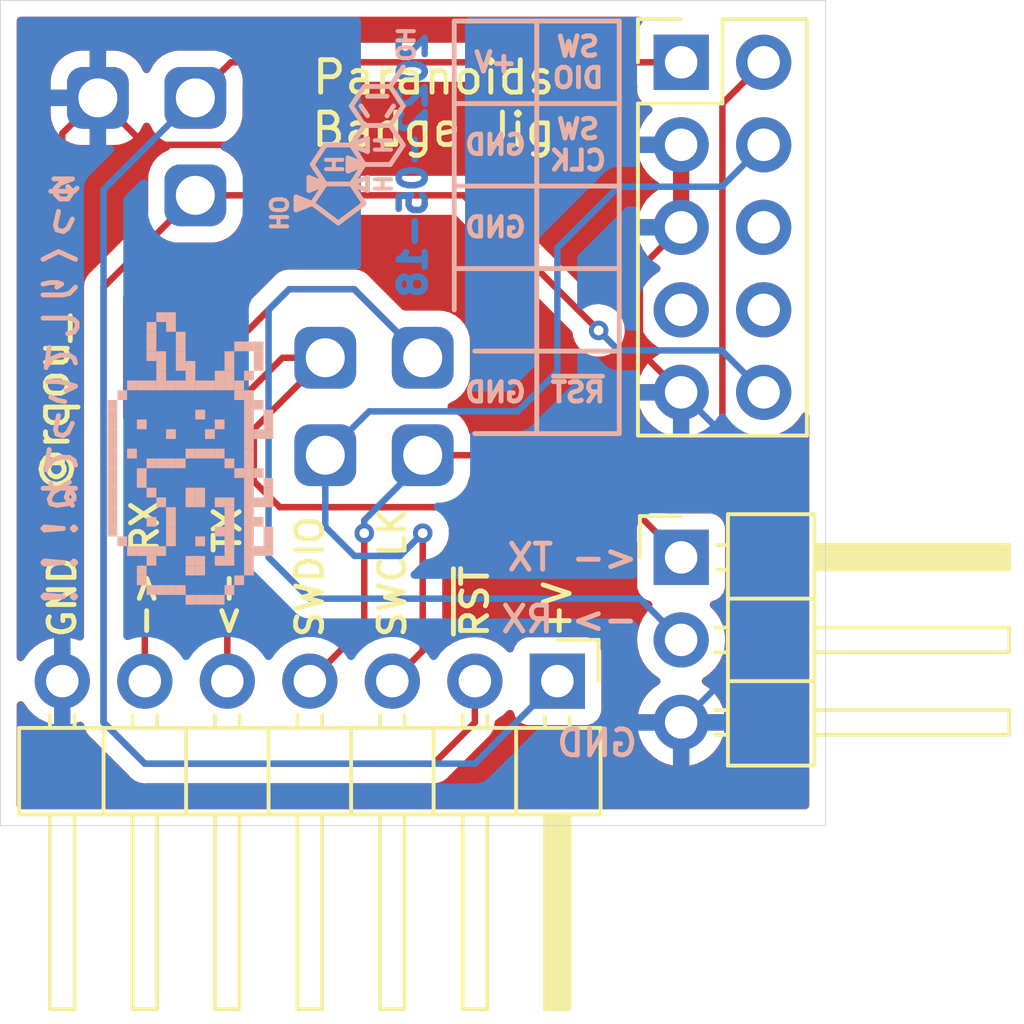
<source format=kicad_pcb>
(kicad_pcb (version 20211014) (generator pcbnew)
  (title_block (title "Paranoids Badge Programming Jig") (date "2022-05-13") (rev "A") (company "Yahoo") (comment 1 "See LICENSE file in project root for terms.") (comment 2 "Copyright Yahoo, Licensed under the terms of the Apache-2.0 license."))
  (layers (0 "F.Cu" signal) (31 "B.Cu" signal) (34 "B.Paste" user) (35 "F.Paste" user) (36 "B.SilkS" user "B.Silkscreen") (37 "F.SilkS" user "F.Silkscreen") (38 "B.Mask" user) (39 "F.Mask" user) (44 "Edge.Cuts" user))
  (net 0 "")
  (net 1 "/VTG")
  (net 2 "/~{RST}")
  (net 3 "/SWCLK")
  (net 4 "/SWDIO")
  (net 5 "/DBG_TX")
  (net 6 "/DBG_RX")
  (net 7 "/GND")
  (footprint "badge_custom_parts:pogopin" (layer "F.Cu") (at 137 115.6)
    (fp_text reference "J3" hide)
    (fp_text value "Conn_01x01" hide)
    (pad "1" thru_hole roundrect (at 0 0) (size 1.9 1.9) (drill 1.2) (layers *.Cu *.Mask) (net 3 "/SWCLK"))
  )
  (footprint "badge_custom_parts:pogopin" (layer "F.Cu") (at 137 112.6)
    (fp_text reference "J5" hide)
    (fp_text value "Conn_01x01" hide)
    (pad "1" thru_hole roundrect (at 0 0) (size 1.9 1.9) (drill 1.2) (layers *.Cu *.Mask) (net 5 "/DBG_TX"))
  )
  (footprint "badge_custom_parts:pogopin" (layer "F.Cu") (at 133 104.6)
    (fp_text reference "J1" hide)
    (fp_text value "Conn_01x01" hide)
    (pad "1" thru_hole roundrect (at 0 0) (size 1.9 1.9) (drill 1.2) (layers *.Cu *.Mask) (net 1 "/VTG"))
  )
  (footprint "badge_custom_parts:pogopin" (layer "F.Cu") (at 140 112.6)
    (fp_text reference "J6" hide)
    (fp_text value "Conn_01x01" hide)
    (pad "1" thru_hole roundrect (at 0 0) (size 1.9 1.9) (drill 1.2) (layers *.Cu *.Mask) (net 6 "/DBG_RX"))
  )
  (footprint "Connector_PinHeader_2.54mm:PinHeader_1x03_P2.54mm_Horizontal" (layer "F.Cu") (at 147.955 118.745)
    (fp_text reference "J9" hide)
    (fp_text value "Conn_01x03" hide)
    (fp_line (start 4.1 2.16) (end 10.1 2.16) (layer "F.SilkS") (width 0.12))
    (fp_line (start 4.1 0.16) (end 10.1 0.16) (layer "F.SilkS") (width 0.12))
    (fp_line (start 1.44 3.81) (end 4.1 3.81) (layer "F.SilkS") (width 0.12))
    (fp_line (start 10.1 2.92) (end 4.1 2.92) (layer "F.SilkS") (width 0.12))
    (fp_line (start 4.1 4.7) (end 10.1 4.7) (layer "F.SilkS") (width 0.12))
    (fp_line (start 4.1 -0.32) (end 10.1 -0.32) (layer "F.SilkS") (width 0.12))
    (fp_line (start 4.1 -1.33) (end 1.44 -1.33) (layer "F.SilkS") (width 0.12))
    (fp_line (start 1.042929 4.7) (end 1.44 4.7) (layer "F.SilkS") (width 0.12))
    (fp_line (start 1.11 0.38) (end 1.44 0.38) (layer "F.SilkS") (width 0.12))
    (fp_line (start 4.1 -0.2) (end 10.1 -0.2) (layer "F.SilkS") (width 0.12))
    (fp_line (start 10.1 4.7) (end 10.1 5.46) (layer "F.SilkS") (width 0.12))
    (fp_line (start 4.1 0.28) (end 10.1 0.28) (layer "F.SilkS") (width 0.12))
    (fp_line (start 1.042929 2.92) (end 1.44 2.92) (layer "F.SilkS") (width 0.12))
    (fp_line (start 1.44 6.41) (end 4.1 6.41) (layer "F.SilkS") (width 0.12))
    (fp_line (start 1.042929 5.46) (end 1.44 5.46) (layer "F.SilkS") (width 0.12))
    (fp_line (start 10.1 0.38) (end 4.1 0.38) (layer "F.SilkS") (width 0.12))
    (fp_line (start 10.1 2.16) (end 10.1 2.92) (layer "F.SilkS") (width 0.12))
    (fp_line (start -1.27 0) (end -1.27 -1.27) (layer "F.SilkS") (width 0.12))
    (fp_line (start 10.1 5.46) (end 4.1 5.46) (layer "F.SilkS") (width 0.12))
    (fp_line (start 4.1 6.41) (end 4.1 -1.33) (layer "F.SilkS") (width 0.12))
    (fp_line (start -1.27 -1.27) (end 0 -1.27) (layer "F.SilkS") (width 0.12))
    (fp_line (start 1.44 1.27) (end 4.1 1.27) (layer "F.SilkS") (width 0.12))
    (fp_line (start 4.1 -0.38) (end 10.1 -0.38) (layer "F.SilkS") (width 0.12))
    (fp_line (start 10.1 -0.38) (end 10.1 0.38) (layer "F.SilkS") (width 0.12))
    (fp_line (start 4.1 0.04) (end 10.1 0.04) (layer "F.SilkS") (width 0.12))
    (fp_line (start 1.11 -0.38) (end 1.44 -0.38) (layer "F.SilkS") (width 0.12))
    (fp_line (start 1.042929 2.16) (end 1.44 2.16) (layer "F.SilkS") (width 0.12))
    (fp_line (start 1.44 -1.33) (end 1.44 6.41) (layer "F.SilkS") (width 0.12))
    (fp_line (start 4.1 -0.08) (end 10.1 -0.08) (layer "F.SilkS") (width 0.12))
    (pad "1" thru_hole rect (at 0 0) (size 1.7 1.7) (drill 1) (layers *.Cu *.Mask) (net 5 "/DBG_TX"))
    (pad "2" thru_hole oval (at 0 2.54) (size 1.7 1.7) (drill 1) (layers *.Cu *.Mask) (net 6 "/DBG_RX"))
    (pad "3" thru_hole oval (at 0 5.08) (size 1.7 1.7) (drill 1) (layers *.Cu *.Mask) (net 7 "/GND"))
  )
  (footprint "badge_custom_parts:pogopin" (layer "F.Cu") (at 130 104.6)
    (fp_text reference "J7" hide)
    (fp_text value "Conn_01x01" hide)
    (pad "1" thru_hole roundrect (at 0 0) (size 1.9 1.9) (drill 1.2) (layers *.Cu *.Mask) (net 7 "/GND"))
  )
  (footprint "Connector_PinHeader_2.54mm:PinHeader_1x07_P2.54mm_Horizontal" (layer "F.Cu") (at 144.145 122.555 -90)
    (fp_text reference "J8" hide)
    (fp_text value "Conn_01x07" hide)
    (fp_line (start 4.1 -0.38) (end 10.1 -0.38) (layer "F.SilkS") (width 0.12))
    (fp_line (start 10.1 13.08) (end 4.1 13.08) (layer "F.SilkS") (width 0.12))
    (fp_line (start 1.042929 7.24) (end 1.44 7.24) (layer "F.SilkS") (width 0.12))
    (fp_line (start 1.44 6.35) (end 4.1 6.35) (layer "F.SilkS") (width 0.12))
    (fp_line (start 4.1 9.78) (end 10.1 9.78) (layer "F.SilkS") (width 0.12))
    (fp_line (start 4.1 4.7) (end 10.1 4.7) (layer "F.SilkS") (width 0.12))
    (fp_line (start 1.042929 14.86) (end 1.44 14.86) (layer "F.SilkS") (width 0.12))
    (fp_line (start 4.1 14.86) (end 10.1 14.86) (layer "F.SilkS") (width 0.12))
    (fp_line (start 10.1 2.92) (end 4.1 2.92) (layer "F.SilkS") (width 0.12))
    (fp_line (start 4.1 2.16) (end 10.1 2.16) (layer "F.SilkS") (width 0.12))
    (fp_line (start 4.1 -0.2) (end 10.1 -0.2) (layer "F.SilkS") (width 0.12))
    (fp_line (start 1.11 -0.38) (end 1.44 -0.38) (layer "F.SilkS") (width 0.12))
    (fp_line (start 1.44 13.97) (end 4.1 13.97) (layer "F.SilkS") (width 0.12))
    (fp_line (start 1.44 8.89) (end 4.1 8.89) (layer "F.SilkS") (width 0.12))
    (fp_line (start 10.1 8) (end 4.1 8) (layer "F.SilkS") (width 0.12))
    (fp_line (start 1.44 16.57) (end 4.1 16.57) (layer "F.SilkS") (width 0.12))
    (fp_line (start 10.1 14.86) (end 10.1 15.62) (layer "F.SilkS") (width 0.12))
    (fp_line (start 10.1 12.32) (end 10.1 13.08) (layer "F.SilkS") (width 0.12))
    (fp_line (start 4.1 12.32) (end 10.1 12.32) (layer "F.SilkS") (width 0.12))
    (fp_line (start 10.1 -0.38) (end 10.1 0.38) (layer "F.SilkS") (width 0.12))
    (fp_line (start 1.042929 2.16) (end 1.44 2.16) (layer "F.SilkS") (width 0.12))
    (fp_line (start 1.11 0.38) (end 1.44 0.38) (layer "F.SilkS") (width 0.12))
    (fp_line (start 1.042929 9.78) (end 1.44 9.78) (layer "F.SilkS") (width 0.12))
    (fp_line (start 10.1 0.38) (end 4.1 0.38) (layer "F.SilkS") (width 0.12))
    (fp_line (start 1.042929 13.08) (end 1.44 13.08) (layer "F.SilkS") (width 0.12))
    (fp_line (start 1.44 -1.33) (end 1.44 16.57) (layer "F.SilkS") (width 0.12))
    (fp_line (start 4.1 -1.33) (end 1.44 -1.33) (layer "F.SilkS") (width 0.12))
    (fp_line (start -1.27 -1.27) (end 0 -1.27) (layer "F.SilkS") (width 0.12))
    (fp_line (start 1.042929 5.46) (end 1.44 5.46) (layer "F.SilkS") (width 0.12))
    (fp_line (start 1.042929 10.54) (end 1.44 10.54) (layer "F.SilkS") (width 0.12))
    (fp_line (start 4.1 0.16) (end 10.1 0.16) (layer "F.SilkS") (width 0.12))
    (fp_line (start 1.042929 15.62) (end 1.44 15.62) (layer "F.SilkS") (width 0.12))
    (fp_line (start 1.042929 2.92) (end 1.44 2.92) (layer "F.SilkS") (width 0.12))
    (fp_line (start 4.1 -0.32) (end 10.1 -0.32) (layer "F.SilkS") (width 0.12))
    (fp_line (start 1.44 3.81) (end 4.1 3.81) (layer "F.SilkS") (width 0.12))
    (fp_line (start 10.1 15.62) (end 4.1 15.62) (layer "F.SilkS") (width 0.12))
    (fp_line (start 10.1 4.7) (end 10.1 5.46) (layer "F.SilkS") (width 0.12))
    (fp_line (start 1.042929 4.7) (end 1.44 4.7) (layer "F.SilkS") (width 0.12))
    (fp_line (start 10.1 5.46) (end 4.1 5.46) (layer "F.SilkS") (width 0.12))
    (fp_line (start 10.1 9.78) (end 10.1 10.54) (layer "F.SilkS") (width 0.12))
    (fp_line (start 4.1 16.57) (end 4.1 -1.33) (layer "F.SilkS") (width 0.12))
    (fp_line (start 4.1 7.24) (end 10.1 7.24) (layer "F.SilkS") (width 0.12))
    (fp_line (start 10.1 2.16) (end 10.1 2.92) (layer "F.SilkS") (width 0.12))
    (fp_line (start 4.1 0.04) (end 10.1 0.04) (layer "F.SilkS") (width 0.12))
    (fp_line (start 4.1 0.28) (end 10.1 0.28) (layer "F.SilkS") (width 0.12))
    (fp_line (start 10.1 7.24) (end 10.1 8) (layer "F.SilkS") (width 0.12))
    (fp_line (start 1.44 1.27) (end 4.1 1.27) (layer "F.SilkS") (width 0.12))
    (fp_line (start 4.1 -0.08) (end 10.1 -0.08) (layer "F.SilkS") (width 0.12))
    (fp_line (start 1.44 11.43) (end 4.1 11.43) (layer "F.SilkS") (width 0.12))
    (fp_line (start -1.27 0) (end -1.27 -1.27) (layer "F.SilkS") (width 0.12))
    (fp_line (start 1.042929 8) (end 1.44 8) (layer "F.SilkS") (width 0.12))
    (fp_line (start 1.042929 12.32) (end 1.44 12.32) (layer "F.SilkS") (width 0.12))
    (fp_line (start 10.1 10.54) (end 4.1 10.54) (layer "F.SilkS") (width 0.12))
    (pad "1" thru_hole rect (at 0 0 270) (size 1.7 1.7) (drill 1) (layers *.Cu *.Mask) (net 1 "/VTG"))
    (pad "2" thru_hole oval (at 0 2.54 270) (size 1.7 1.7) (drill 1) (layers *.Cu *.Mask) (net 2 "/~{RST}"))
    (pad "3" thru_hole oval (at 0 5.08 270) (size 1.7 1.7) (drill 1) (layers *.Cu *.Mask) (net 3 "/SWCLK"))
    (pad "4" thru_hole oval (at 0 7.62 270) (size 1.7 1.7) (drill 1) (layers *.Cu *.Mask) (net 4 "/SWDIO"))
    (pad "5" thru_hole oval (at 0 10.16 270) (size 1.7 1.7) (drill 1) (layers *.Cu *.Mask) (net 5 "/DBG_TX"))
    (pad "6" thru_hole oval (at 0 12.7 270) (size 1.7 1.7) (drill 1) (layers *.Cu *.Mask) (net 6 "/DBG_RX"))
    (pad "7" thru_hole oval (at 0 15.24 270) (size 1.7 1.7) (drill 1) (layers *.Cu *.Mask) (net 7 "/GND"))
  )
  (footprint "badge_custom_parts:pogopin" (layer "F.Cu") (at 133 107.6)
    (fp_text reference "J2" hide)
    (fp_text value "Conn_01x01" hide)
    (pad "1" thru_hole roundrect (at 0 0) (size 1.9 1.9) (drill 1.2) (layers *.Cu *.Mask) (net 2 "/~{RST}"))
  )
  (footprint "badge_custom_parts:pogopin" (layer "F.Cu") (at 140 115.6)
    (fp_text reference "J4" hide)
    (fp_text value "Conn_01x01" hide)
    (pad "1" thru_hole roundrect (at 0 0) (size 1.9 1.9) (drill 1.2) (layers *.Cu *.Mask) (net 4 "/SWDIO"))
  )
  (footprint "Connector_PinHeader_2.54mm:PinHeader_2x05_P2.54mm_Vertical" (layer "F.Cu") (at 147.955 103.505)
    (fp_text reference "J10" hide)
    (fp_text value "Conn_02x05_Odd_Even" hide)
    (fp_line (start -1.33 1.27) (end -1.33 11.49) (layer "F.SilkS") (width 0.12))
    (fp_line (start -1.33 0) (end -1.33 -1.33) (layer "F.SilkS") (width 0.12))
    (fp_line (start 3.87 -1.33) (end 3.87 11.49) (layer "F.SilkS") (width 0.12))
    (fp_line (start -1.33 1.27) (end 1.27 1.27) (layer "F.SilkS") (width 0.12))
    (fp_line (start -1.33 11.49) (end 3.87 11.49) (layer "F.SilkS") (width 0.12))
    (fp_line (start 1.27 1.27) (end 1.27 -1.33) (layer "F.SilkS") (width 0.12))
    (fp_line (start -1.33 -1.33) (end 0 -1.33) (layer "F.SilkS") (width 0.12))
    (fp_line (start 1.27 -1.33) (end 3.87 -1.33) (layer "F.SilkS") (width 0.12))
    (pad "1" thru_hole rect (at 0 0) (size 1.7 1.7) (drill 1) (layers *.Cu *.Mask) (net 1 "/VTG"))
    (pad "2" thru_hole oval (at 2.54 0) (size 1.7 1.7) (drill 1) (layers *.Cu *.Mask) (net 4 "/SWDIO"))
    (pad "3" thru_hole oval (at 0 2.54) (size 1.7 1.7) (drill 1) (layers *.Cu *.Mask) (net 7 "/GND"))
    (pad "4" thru_hole oval (at 2.54 2.54) (size 1.7 1.7) (drill 1) (layers *.Cu *.Mask) (net 3 "/SWCLK"))
    (pad "5" thru_hole oval (at 0 5.08) (size 1.7 1.7) (drill 1) (layers *.Cu *.Mask) (net 7 "/GND"))
    (pad "6" thru_hole oval (at 2.54 5.08) (size 1.7 1.7) (drill 1) (layers *.Cu *.Mask))
    (pad "7" thru_hole oval (at 0 7.62) (size 1.7 1.7) (drill 1) (layers *.Cu *.Mask))
    (pad "8" thru_hole oval (at 2.54 7.62) (size 1.7 1.7) (drill 1) (layers *.Cu *.Mask))
    (pad "9" thru_hole oval (at 0 10.16) (size 1.7 1.7) (drill 1) (layers *.Cu *.Mask) (net 7 "/GND"))
    (pad "10" thru_hole oval (at 2.54 10.16) (size 1.7 1.7) (drill 1) (layers *.Cu *.Mask) (net 2 "/~{RST}"))
  )
  (gr_line (start 138.2 104.25) (end 137.8 104.85) (layer "B.SilkS") (width 0.15))
  (gr_rect (start 134.2 113) (end 133.9 112.7) (layer "B.SilkS") (width 0) (fill solid))
  (gr_rect (start 134.8 119) (end 134.5 118.7) (layer "B.SilkS") (width 0) (fill solid))
  (gr_rect (start 132.4 116) (end 132.1 115.7) (layer "B.SilkS") (width 0) (fill solid))
  (gr_line (start 137 106.05) (end 137.8 106.05) (layer "B.SilkS") (width 0.15))
  (gr_rect (start 133 120.2) (end 132.7 119.9) (layer "B.SilkS") (width 0) (fill solid))
  (gr_line (start 137.8 107.25) (end 138.2 107.85) (layer "B.SilkS") (width 0.15))
  (gr_rect (start 130.6 117.8) (end 130.3 117.5) (layer "B.SilkS") (width 0) (fill solid))
  (gr_line (start 137.8 107.25) (end 137 107.25) (layer "B.SilkS") (width 0.15))
  (gr_rect (start 131.5 119.6) (end 131.2 119.3) (layer "B.SilkS") (width 0) (fill solid))
  (gr_rect (start 133.6 120.2) (end 133.3 119.9) (layer "B.SilkS") (width 0) (fill solid))
  (gr_rect (start 133 113) (end 132.7 112.7) (layer "B.SilkS") (width 0) (fill solid))
  (gr_line (start 136.1 107.95) (end 136.4 107.85) (layer "B.SilkS") (width 0.15))
  (gr_rect (start 130.6 116.9) (end 130.3 116.6) (layer "B.SilkS") (width 0) (fill solid))
  (gr_line (start 139.4 104.85) (end 139 104.25) (layer "B.SilkS") (width 0.15))
  (gr_rect (start 133.3 116.9) (end 133 116.6) (layer "B.SilkS") (width 0) (fill solid))
  (gr_rect (start 132.4 111.8) (end 132.1 111.5) (layer "B.SilkS") (width 0) (fill solid))
  (gr_rect (start 133.9 115.7) (end 133.6 115.4) (layer "B.SilkS") (width 0) (fill solid))
  (gr_rect (start 132.1 117.2) (end 131.8 116.9) (layer "B.SilkS") (width 0) (fill solid))
  (gr_rect (start 134.8 114.8) (end 134.5 114.5) (layer "B.SilkS") (width 0) (fill solid))
  (gr_rect (start 130.6 114.8) (end 130.3 114.5) (layer "B.SilkS") (width 0) (fill solid))
  (gr_line (start 136.1 108.05) (end 136.1 107.65) (layer "B.SilkS") (width 0.15))
  (gr_rect (start 133.9 119) (end 133.6 118.7) (layer "B.SilkS") (width 0) (fill solid))
  (gr_rect (start 134.2 117.2) (end 133.9 116.9) (layer "B.SilkS") (width 0) (fill solid))
  (gr_rect (start 131.8 112.4) (end 131.5 112.1) (layer "B.SilkS") (width 0) (fill solid))
  (gr_rect (start 134.8 114.2) (end 134.5 113.9) (layer "B.SilkS") (width 0) (fill solid))
  (gr_rect (start 134.8 113.9) (end 134.5 113.6) (layer "B.SilkS") (width 0) (fill solid))
  (gr_rect (start 132.1 113.6) (end 131.8 113.3) (layer "B.SilkS") (width 0) (fill solid))
  (gr_rect (start 132.1 112.7) (end 131.8 112.4) (layer "B.SilkS") (width 0) (fill solid))
  (gr_rect (start 132.7 116) (end 132.4 115.7) (layer "B.SilkS") (width 0) (fill solid))
  (gr_rect (start 134.8 117.8) (end 134.5 117.5) (layer "B.SilkS") (width 0) (fill solid))
  (gr_rect (start 134.2 119.9) (end 133.9 119.6) (layer "B.SilkS") (width 0) (fill solid))
  (gr_rect (start 134.8 118.4) (end 134.5 118.1) (layer "B.SilkS") (width 0) (fill solid))
  (gr_rect (start 134.2 112.7) (end 133.9 112.4) (layer "B.SilkS") (width 0) (fill solid))
  (gr_line (start 138.3 107.05) (end 137.8 107.25) (layer "B.SilkS") (width 0.15))
  (gr_rect (start 130.6 116.3) (end 130.3 116) (layer "B.SilkS") (width 0) (fill solid))
  (gr_rect (start 135.1 117.8) (end 134.8 117.5) (layer "B.SilkS") (width 0) (fill solid))
  (gr_line (start 138.3 107.45) (end 138.3 107.05) (layer "B.SilkS") (width 0.15))
  (gr_rect (start 133.6 115.7) (end 133.3 115.4) (layer "B.SilkS") (width 0) (fill solid))
  (gr_rect (start 135.4 116.6) (end 135.1 116.3) (layer "B.SilkS") (width 0) (fill solid))
  (gr_rect (start 134.2 113.3) (end 133.9 113) (layer "B.SilkS") (width 0) (fill solid))
  (gr_rect (start 133.3 119.3) (end 133 119) (layer "B.SilkS") (width 0) (fill solid))
  (gr_rect (start 133.9 113.3) (end 133.6 113) (layer "B.SilkS") (width 0) (fill solid))
  (gr_rect (start 134.5 113.9) (end 134.2 113.6) (layer "B.SilkS") (width 0) (fill solid))
  (gr_line (start 140.97 102.235) (end 140.97 111.125) (layer "B.SilkS") (width 0.15))
  (gr_rect (start 132.4 117.5) (end 132.1 117.2) (layer "B.SilkS") (width 0) (fill solid))
  (gr_rect (start 131.8 118.7) (end 131.5 118.4) (layer "B.SilkS") (width 0) (fill solid))
  (gr_rect (start 133.3 114.5) (end 133 114.2) (layer "B.SilkS") (width 0) (fill solid))
  (gr_rect (start 130.6 118.1) (end 130.3 117.8) (layer "B.SilkS") (width 0) (fill solid))
  (gr_line (start 143.51 102.235) (end 143.51 114.935) (layer "B.SilkS") (width 0.15))
  (gr_rect (start 134.8 115.7) (end 134.5 115.4) (layer "B.SilkS") (width 0) (fill solid))
  (gr_rect (start 135.4 116.9) (end 135.1 116.6) (layer "B.SilkS") (width 0) (fill solid))
  (gr_rect (start 132.1 118.7) (end 131.8 118.4) (layer "B.SilkS") (width 0) (fill solid))
  (gr_rect (start 133.9 118.1) (end 133.6 117.8) (layer "B.SilkS") (width 0) (fill solid))
  (gr_rect (start 133 119.3) (end 132.7 119) (layer "B.SilkS") (width 0) (fill solid))
  (gr_rect (start 134.5 119.6) (end 134.2 119.3) (layer "B.SilkS") (width 0) (fill solid))
  (gr_rect (start 130.6 114.5) (end 130.3 114.2) (layer "B.SilkS") (width 0) (fill solid))
  (gr_line (start 146.05 112.395) (end 141.605 112.395) (layer "B.SilkS") (width 0.15))
  (gr_rect (start 130.9 118.4) (end 130.6 118.1) (layer "B.SilkS") (width 0) (fill solid))
  (gr_rect (start 133.6 115.1) (end 133.3 114.8) (layer "B.SilkS") (width 0) (fill solid))
  (gr_line (start 139 106.65) (end 138.2 106.65) (layer "B.SilkS") (width 0.15))
  (gr_rect (start 133 113.6) (end 132.7 113.3) (layer "B.SilkS") (width 0) (fill solid))
  (gr_rect (start 133 117.2) (end 132.7 116.9) (layer "B.SilkS") (width 0) (fill solid))
  (gr_rect (start 132.7 112.4) (end 132.4 112.1) (layer "B.SilkS") (width 0) (fill solid))
  (gr_line (start 137.4 108.45) (end 136.6 107.85) (layer "B.SilkS") (width 0.15))
  (gr_line (start 136.5 107.45) (end 136.5 107.05) (layer "B.SilkS") (width 0.15))
  (gr_line (start 138.3 106.25) (end 138.3 105.85) (layer "B.SilkS") (width 0.15))
  (gr_rect (start 130.6 115.1) (end 130.3 114.8) (layer "B.SilkS") (width 0) (fill solid))
  (gr_rect (start 134.8 118.1) (end 134.5 117.8) (layer "B.SilkS") (width 0) (fill solid))
  (gr_rect (start 131.5 118.7) (end 131.2 118.4) (layer "B.SilkS") (width 0) (fill solid))
  (gr_rect (start 133.9 114.8) (end 133.6 114.5) (layer "B.SilkS") (width 0) (fill solid))
  (gr_rect (start 133.9 113.6) (end 133.6 113.3) (layer "B.SilkS") (width 0) (fill solid))
  (gr_rect (start 134.8 119.3) (end 134.5 119) (layer "B.SilkS") (width 0) (fill solid))
  (gr_rect (start 135.1 117.2) (end 134.8 116.9) (layer "B.SilkS") (width 0) (fill solid))
  (gr_rect (start 131.5 116.6) (end 131.2 116.3) (layer "B.SilkS") (width 0) (fill solid))
  (gr_rect (start 132.1 119.9) (end 131.8 119.6) (layer "B.SilkS") (width 0) (fill solid))
  (gr_rect (start 131.2 115.7) (end 130.9 115.4) (layer "B.SilkS") (width 0) (fill solid))
  (gr_rect (start 135.1 113) (end 134.8 112.7) (layer "B.SilkS") (width 0) (fill solid))
  (gr_rect (start 131.5 119.3) (end 131.2 119) (layer "B.SilkS") (width 0) (fill solid))
  (gr_rect (start 135.1 112.7) (end 134.8 112.4) (layer "B.SilkS") (width 0) (fill solid))
  (gr_rect (start 135.4 118.1) (end 135.1 117.8) (layer "B.SilkS") (width 0) (fill solid))
  (gr_line (start 137.8 107.25) (end 138.3 107.45) (layer "B.SilkS") (width 0.15))
  (gr_line (start 137.7 106.85) (end 137.7 106.45) (layer "B.SilkS") (width 0.15))
  (gr_rect (start 133.9 120.2) (end 133.6 119.9) (layer "B.SilkS") (width 0) (fill solid))
  (gr_line (start 138.2 106.65) (end 137.7 106.85) (layer "B.SilkS") (width 0.15))
  (gr_rect (start 134.8 116.3) (end 134.5 116) (layer "B.SilkS") (width 0) (fill solid))
  (gr_line (start 139.4 106.05) (end 139 106.65) (layer "B.SilkS") (width 0.15))
  (gr_rect (start 134.5 116.3) (end 134.2 116) (layer "B.SilkS") (width 0) (fill solid))
  (gr_rect (start 133.3 118.4) (end 133 118.1) (layer "B.SilkS") (width 0) (fill solid))
  (gr_rect (start 134.8 116.9) (end 134.5 116.6) (layer "B.SilkS") (width 0) (fill solid))
  (gr_rect (start 134.8 115.4) (end 134.5 115.1) (layer "B.SilkS") (width 0) (fill solid))
  (gr_line (start 139 104.25) (end 138.2 104.25) (layer "B.SilkS") (width 0.15))
  (gr_rect (start 130.9 113.9) (end 130.6 113.6) (layer "B.SilkS") (width 0) (fill solid))
  (gr_rect (start 132.4 118.4) (end 132.1 118.1) (layer "B.SilkS") (width 0) (fill solid))
  (gr_line (start 136.1 107.65) (end 136.6 107.85) (layer "B.SilkS") (width 0.15))
  (gr_rect (start 135.4 118.7) (end 135.1 118.4) (layer "B.SilkS") (width 0) (fill solid))
  (gr_rect (start 131.5 114.8) (end 131.2 114.5) (layer "B.SilkS") (width 0) (fill solid))
  (gr_rect (start 134.8 113.3) (end 134.5 113) (layer "B.SilkS") (width 0) (fill solid))
  (gr_rect (start 132.7 113.6) (end 132.4 113.3) (layer "B.SilkS") (width 0) (fill solid))
  (gr_rect (start 133 113.3) (end 132.7 113) (layer "B.SilkS") (width 0) (fill solid))
  (gr_rect (start 134.2 113.6) (end 133.9 113.3) (layer "B.SilkS") (width 0) (fill solid))
  (gr_rect (start 134.2 117.8) (end 133.9 117.5) (layer "B.SilkS") (width 0) (fill solid))
  (gr_line (start 136.8 107.25) (end 136.5 107.15) (layer "B.SilkS") (width 0.15))
  (gr_rect (start 135.1 118.7) (end 134.8 118.4) (layer "B.SilkS") (width 0) (fill solid))
  (gr_rect (start 133.3 113.6) (end 133 113.3) (layer "B.SilkS") (width 0) (fill solid))
  (gr_rect (start 132.1 111.5) (end 131.8 111.2) (layer "B.SilkS") (width 0) (fill solid))
  (gr_rect (start 131.8 117.8) (end 131.5 117.5) (layer "B.SilkS") (width 0) (fill solid))
  (gr_rect (start 135.4 114.8) (end 135.1 114.5) (layer "B.SilkS") (width 0) (fill solid))
  (gr_line (start 138.2 107.85) (end 137.4 108.45) (layer "B.SilkS") (width 0.15))
  (gr_line (start 138.2 105.45) (end 139 105.45) (layer "B.SilkS") (width 0.15))
  (gr_rect (start 135.4 115.1) (end 135.1 114.8) (layer "B.SilkS") (width 0) (fill solid))
  (gr_rect (start 133 116.9) (end 132.7 116.6) (layer "B.SilkS") (width 0) (fill solid))
  (gr_rect (start 131.2 118.7) (end 130.9 118.4) (layer "B.SilkS") (width 0) (fill solid))
  (gr_line (start 146.05 114.935) (end 146.05 102.235) (layer "B.SilkS") (width 0.15))
  (gr_rect (start 130.6 115.4) (end 130.3 115.1) (layer "B.SilkS") (width 0) (fill solid))
  (gr_rect (start 133 115.7) (end 132.7 115.4) (layer "B.SilkS") (width 0) (fill solid))
  (gr_rect (start 134.2 118.7) (end 133.9 118.4) (layer "B.SilkS") (width 0) (fill solid))
  (gr_rect (start 131.5 113.6) (end 131.2 113.3) (layer "B.SilkS") (width 0) (fill solid))
  (gr_rect (start 133.6 113.6) (end 133.3 113.3) (layer "B.SilkS") (width 0) (fill solid))
  (gr_rect (start 134.2 116) (end 133.9 115.7) (layer "B.SilkS") (width 0) (fill solid))
  (gr_rect (start 134.2 119) (end 133.9 118.7) (layer "B.SilkS") (width 0) (fill solid))
  (gr_rect (start 135.4 118.4) (end 135.1 118.1) (layer "B.SilkS") (width 0) (fill solid))
  (gr_line (start 137.7 106.45) (end 138.2 106.65) (layer "B.SilkS") (width 0.15))
  (gr_rect (start 132.4 118.1) (end 132.1 117.8) (layer "B.SilkS") (width 0) (fill solid))
  (gr_rect (start 135.4 117.2) (end 135.1 116.9) (layer "B.SilkS") (width 0) (fill solid))
  (gr_line (start 138.9 104.55) (end 138.3 104.55) (layer "B.SilkS") (width 0.15))
  (gr_rect (start 134.8 112.4) (end 134.5 112.1) (layer "B.SilkS") (width 0) (fill solid))
  (gr_line (start 146.05 109.855) (end 140.97 109.855) (layer "B.SilkS") (width 0.15))
  (gr_rect (start 131.8 119) (end 131.5 118.7) (layer "B.SilkS") (width 0) (fill solid))
  (gr_rect (start 135.1 114.2) (end 134.8 113.9) (layer "B.SilkS") (width 0) (fill solid))
  (gr_line (start 136.6 106.65) (end 137 106.05) (layer "B.SilkS") (width 0.15))
  (gr_rect (start 134.8 115.1) (end 134.5 114.8) (layer "B.SilkS") (width 0) (fill solid))
  (gr_rect (start 135.1 112.4) (end 134.8 112.1) (layer "B.SilkS") (width 0) (fill solid))
  (gr_rect (start 132.4 115.1) (end 132.1 114.8) (layer "B.SilkS") (width 0) (fill solid))
  (gr_line (start 136.5 107.35) (end 136.8 107.25) (layer "B.SilkS") (width 0.15))
  (gr_rect (start 131.8 112.7) (end 131.5 112.4) (layer "B.SilkS") (width 0) (fill solid))
  (gr_line (start 137.8 106.05) (end 138.2 105.45) (layer "B.SilkS") (width 0.15))
  (gr_rect (start 135.1 115.1) (end 134.8 114.8) (layer "B.SilkS") (width 0) (fill solid))
  (gr_line (start 138.3 105.15) (end 138.1 104.85) (layer "B.SilkS") (width 0.15))
  (gr_line (start 136.6 107.85) (end 136.1 108.05) (layer "B.SilkS") (width 0.15))
  (gr_rect (start 134.2 117.5) (end 133.9 117.2) (layer "B.SilkS") (width 0) (fill solid))
  (gr_rect (start 132.7 112.7) (end 132.4 112.4) (layer "B.SilkS") (width 0) (fill solid))
  (gr_line (start 138.2 106.65) (end 137.8 106.05) (layer "B.SilkS") (width 0.15))
  (gr_rect (start 132.7 119.9) (end 132.4 119.6) (layer "B.SilkS") (width 0) (fill solid))
  (gr_rect (start 132.4 113.6) (end 132.1 113.3) (layer "B.SilkS") (width 0) (fill solid))
  (gr_line (start 138.9 105.15) (end 139.1 104.85) (layer "B.SilkS") (width 0.15))
  (gr_line (start 137.8 104.85) (end 138.2 105.45) (layer "B.SilkS") (width 0.15))
  (gr_rect (start 134.8 118.7) (end 134.5 118.4) (layer "B.SilkS") (width 0) (fill solid))
  (gr_rect (start 132.1 113) (end 131.8 112.7) (layer "B.SilkS") (width 0) (fill solid))
  (gr_line (start 137.8 106.05) (end 138.3 106.25) (layer "B.SilkS") (width 0.15))
  (gr_rect (start 131.8 111.8) (end 131.5 111.5) (layer "B.SilkS") (width 0) (fill solid))
  (gr_rect (start 135.4 114.5) (end 135.1 114.2) (layer "B.SilkS") (width 0) (fill solid))
  (gr_line (start 138.3 105.85) (end 137.8 106.05) (layer "B.SilkS") (width 0.15))
  (gr_rect (start 132.1 116) (end 131.8 115.7) (layer "B.SilkS") (width 0) (fill solid))
  (gr_rect (start 133 119) (end 132.7 118.7) (layer "B.SilkS") (width 0) (fill solid))
  (gr_rect (start 131.2 113.6) (end 130.9 113.3) (layer "B.SilkS") (width 0) (fill solid))
  (gr_rect (start 133.3 117.2) (end 133 116.9) (layer "B.SilkS") (width 0) (fill solid))
  (gr_rect (start 134.5 113.6) (end 134.2 113.3) (layer "B.SilkS") (width 0) (fill solid))
  (gr_line (start 138.2 106.65) (end 137.8 107.25) (layer "B.SilkS") (width 0.15))
  (gr_rect (start 134.8 116) (end 134.5 115.7) (layer "B.SilkS") (width 0) (fill solid))
  (gr_rect (start 132.4 117.8) (end 132.1 117.5) (layer "B.SilkS") (width 0) (fill solid))
  (gr_line (start 137 107.25) (end 136.6 106.65) (layer "B.SilkS") (width 0.15))
  (gr_rect (start 134.8 116.6) (end 134.5 116.3) (layer "B.SilkS") (width 0) (fill solid))
  (gr_rect (start 130.6 116.6) (end 130.3 116.3) (layer "B.SilkS") (width 0) (fill solid))
  (gr_rect (start 130.6 117.5) (end 130.3 117.2) (layer "B.SilkS") (width 0) (fill solid))
  (gr_rect (start 131.8 116.9) (end 131.5 116.6) (layer "B.SilkS") (width 0) (fill solid))
  (gr_rect (start 131.8 112.1) (end 131.5 111.8) (layer "B.SilkS") (width 0) (fill solid))
  (gr_line (start 137 107.25) (end 136.5 107.45) (layer "B.SilkS") (width 0.15))
  (gr_rect (start 131.8 119.9) (end 131.5 119.6) (layer "B.SilkS") (width 0) (fill solid))
  (gr_line (start 146.05 114.935) (end 141.605 114.935) (layer "B.SilkS") (width 0.15))
  (gr_line (start 138 106.65) (end 137.7 106.55) (layer "B.SilkS") (width 0.15))
  (gr_line (start 136.5 107.05) (end 137 107.25) (layer "B.SilkS") (width 0.15))
  (gr_rect (start 131.5 116.3) (end 131.2 116) (layer "B.SilkS") (width 0) (fill solid))
  (gr_rect (start 133.3 120.2) (end 133 119.9) (layer "B.SilkS") (width 0) (fill solid))
  (gr_line (start 146.05 104.775) (end 140.97 104.775) (layer "B.SilkS") (width 0.15))
  (gr_rect (start 132.4 119.9) (end 132.1 119.6) (layer "B.SilkS") (width 0) (fill solid))
  (gr_rect (start 132.7 112.1) (end 132.4 111.8) (layer "B.SilkS") (width 0) (fill solid))
  (gr_rect (start 134.2 118.1) (end 133.9 117.8) (layer "B.SilkS") (width 0) (fill solid))
  (gr_line (start 139 105.45) (end 139.4 104.85) (layer "B.SilkS") (width 0.15))
  (gr_rect (start 134.8 117.5) (end 134.5 117.2) (layer "B.SilkS") (width 0) (fill solid))
  (gr_line (start 139 104.25) (end 139.4 103.65) (layer "B.SilkS") (width 0.15))
  (gr_rect (start 134.8 117.2) (end 134.5 116.9) (layer "B.SilkS") (width 0) (fill solid))
  (gr_rect (start 133.9 117.2) (end 133.6 116.9) (layer "B.SilkS") (width 0) (fill solid))
  (gr_line (start 139 105.45) (end 139.4 106.05) (layer "B.SilkS") (width 0.15))
  (gr_rect (start 130.6 116) (end 130.3 115.7) (layer "B.SilkS") (width 0) (fill solid))
  (gr_line (start 146.05 102.235) (end 140.97 102.235) (layer "B.SilkS") (width 0.15))
  (gr_line (start 136.6 107.85) (end 137 107.25) (layer "B.SilkS") (width 0.15))
  (gr_rect (start 133.3 119) (end 133 118.7) (layer "B.SilkS") (width 0) (fill solid))
  (gr_rect (start 132.4 111.5) (end 132.1 111.2) (layer "B.SilkS") (width 0) (fill solid))
  (gr_rect (start 130.6 115.7) (end 130.3 115.4) (layer "B.SilkS") (width 0) (fill solid))
  (gr_rect (start 130.6 117.2) (end 130.3 116.9) (layer "B.SilkS") (width 0) (fill solid))
  (gr_rect (start 132.7 113) (end 132.4 112.7) (layer "B.SilkS") (width 0) (fill solid))
  (gr_rect (start 131.8 113.6) (end 131.5 113.3) (layer "B.SilkS") (width 0) (fill solid))
  (gr_line (start 136.4 107.85) (end 136.1 107.75) (layer "B.SilkS") (width 0.15))
  (gr_rect (start 134.5 112.4) (end 134.2 112.1) (layer "B.SilkS") (width 0) (fill solid))
  (gr_line (start 137.7 106.75) (end 138 106.65) (layer "B.SilkS") (width 0.15))
  (gr_rect (start 135.1 116.3) (end 134.8 116) (layer "B.SilkS") (width 0) (fill solid))
  (gr_rect (start 132.1 113.3) (end 131.8 113) (layer "B.SilkS") (width 0) (fill solid))
  (gr_rect (start 131.8 116) (end 131.5 115.7) (layer "B.SilkS") (width 0) (fill solid))
  (gr_rect (start 134.8 114.5) (end 134.5 114.2) (layer "B.SilkS") (width 0) (fill solid))
  (gr_rect (start 130.6 114.2) (end 130.3 113.9) (layer "B.SilkS") (width 0) (fill solid))
  (gr_rect (start 134.2 118.4) (end 133.9 118.1) (layer "B.SilkS") (width 0) (fill solid))
  (gr_rect (start 133.3 115.7) (end 133 115.4) (layer "B.SilkS") (width 0) (fill solid))
  (gr_line (start 146.05 107.315) (end 140.97 107.315) (layer "B.SilkS") (width 0.15))
  (gr_line (start 152.4 101.6) (end 152.4 127) (layer "Edge.Cuts") (width 0.0254))
  (gr_line (start 127 101.6) (end 152.4 101.6) (layer "Edge.Cuts") (width 0.0254))
  (gr_line (start 152.4 127) (end 127 127) (layer "Edge.Cuts") (width 0.0254))
  (gr_line (start 127 127) (end 127 101.6) (layer "Edge.Cuts") (width 0.0254))
  (gr_text "2022-05-18" (at 139.7 106.68 90) (layer "B.Cu") (effects (font (size 0.8 0.8) (thickness 0.2)) (justify mirror)))
  (gr_text "GND" (at 142.24 106.045) (layer "B.SilkS") (effects (font (size 0.6 0.6)) (justify mirror)))
  (gr_text "ゆっくりしていってね！！！" (at 128.905 113.665 90) (layer "B.SilkS") (effects (font (size 1 1)) (justify mirror)))
  (gr_text "~{RST}" (at 144.78 113.665) (layer "B.SilkS") (effects (font (size 0.6 0.6)) (justify mirror)))
  (gr_text "-> RX" (at 146.685 120.65) (layer "B.SilkS") (effects (font (size 0.8 0.8)) (justify left mirror)))
  (gr_text "H" (at 138.8 106.05 90) (layer "B.SilkS") (effects (font (size 0.5 0.5) (thickness 0.125)) (justify mirror)))
  (gr_text "HO" (at 139.5 102.95 90) (layer "B.SilkS") (effects (font (size 0.5 0.5) (thickness 0.125)) (justify mirror)))
  (gr_text "GND" (at 146.685 124.46) (layer "B.SilkS") (effects (font (size 0.8 0.8)) (justify left mirror)))
  (gr_text "H" (at 137.3 106.65 90) (layer "B.SilkS") (effects (font (size 0.5 0.5) (thickness 0.125)) (justify mirror)))
  (gr_text "<- TX" (at 146.685 118.745) (layer "B.SilkS") (effects (font (size 0.8 0.8)) (justify left mirror)))
  (gr_text "GND" (at 142.24 108.585) (layer "B.SilkS") (effects (font (size 0.6 0.6)) (justify mirror)))
  (gr_text "+V" (at 142.24 103.505) (layer "B.SilkS") (effects (font (size 0.6 0.6)) (justify mirror)))
  (gr_text "H" (at 138.8 107.25 90) (layer "B.SilkS") (effects (font (size 0.5 0.5) (thickness 0.125)) (justify mirror)))
  (gr_text "OH" (at 135.6 108.15 90) (layer "B.SilkS") (effects (font (size 0.5 0.5) (thickness 0.125)) (justify mirror)))
  (gr_text "SW\nDIO" (at 144.78 103.505) (layer "B.SilkS") (effects (font (size 0.6 0.6)) (justify mirror)))
  (gr_text "GND" (at 142.24 113.665) (layer "B.SilkS") (effects (font (size 0.6 0.6)) (justify mirror)))
  (gr_text "SW\nCLK" (at 144.78 106.045) (layer "B.SilkS") (effects (font (size 0.6 0.6)) (justify mirror)))
  (gr_text "@rqou_" (at 128.6 114 90) (layer "F.SilkS") (effects (font (size 1 1))))
  (gr_text "-> RX" (at 131.445 121.285 90) (layer "F.SilkS") (effects (font (size 0.8 0.8)) (justify left)))
  (gr_text "Paranoids\nBadge Jig" (at 140.335 104.775) (layer "F.SilkS") (effects (font (size 1 1))))
  (gr_text "SWDIO" (at 136.525 121.285 90) (layer "F.SilkS") (effects (font (size 0.8 0.8)) (justify left)))
  (gr_text "~{RST}" (at 141.605 121.285 90) (layer "F.SilkS") (effects (font (size 0.8 0.8)) (justify left)))
  (gr_text "<- TX" (at 133.985 121.285 90) (layer "F.SilkS") (effects (font (size 0.8 0.8)) (justify left)))
  (gr_text "SWCLK" (at 139.065 121.285 90) (layer "F.SilkS") (effects (font (size 0.8 0.8)) (justify left)))
  (gr_text "GND" (at 128.905 121.285 90) (layer "F.SilkS") (effects (font (size 0.8 0.8)) (justify left)))
  (gr_text "+V" (at 144.145 121.285 90) (layer "F.SilkS") (effects (font (size 0.8 0.8)) (justify left)))
  (segment (start 134.095 103.505) (end 133 104.6) (width 0.2) (layer "F.Cu") (net 1))
  (segment (start 147.955 103.505) (end 134.095 103.505) (width 0.2) (layer "F.Cu") (net 1))
  (segment (start 131.445 125.095) (end 130.175 123.825) (width 0.2) (layer "B.Cu") (net 1))
  (segment (start 141.605 125.095) (end 131.445 125.095) (width 0.2) (layer "B.Cu") (net 1))
  (segment (start 144.145 122.555) (end 141.605 125.095) (width 0.2) (layer "B.Cu") (net 1))
  (segment (start 130.175 123.825) (end 130.175 107.425) (width 0.2) (layer "B.Cu") (net 1))
  (segment (start 130.175 107.425) (end 133 104.6) (width 0.2) (layer "B.Cu") (net 1))
  (segment (start 145.415 111.76) (end 141.255 107.6) (width 0.2) (layer "F.Cu") (net 2))
  (segment (start 131.445 125.095) (end 130.175 123.825) (width 0.2) (layer "F.Cu") (net 2))
  (segment (start 140.335 125.095) (end 131.445 125.095) (width 0.2) (layer "F.Cu") (net 2))
  (segment (start 141.605 122.555) (end 141.605 123.825) (width 0.2) (layer "F.Cu") (net 2))
  (segment (start 141.605 123.825) (end 140.335 125.095) (width 0.2) (layer "F.Cu") (net 2))
  (segment (start 130.175 110.425) (end 133 107.6) (width 0.2) (layer "F.Cu") (net 2))
  (segment (start 130.175 123.825) (end 130.175 110.425) (width 0.2) (layer "F.Cu") (net 2))
  (segment (start 141.255 107.6) (end 133 107.6) (width 0.2) (layer "F.Cu") (net 2))
  (via (at 145.415 111.76) (size 0.6) (drill 0.3) (layers "F.Cu" "B.Cu") (net 2))
  (segment (start 146.029511 112.374511) (end 145.415 111.76) (width 0.2) (layer "B.Cu") (net 2))
  (segment (start 150.495 113.665) (end 149.204511 112.374511) (width 0.2) (layer "B.Cu") (net 2))
  (segment (start 149.204511 112.374511) (end 146.029511 112.374511) (width 0.2) (layer "B.Cu") (net 2))
  (segment (start 140 121.62) (end 139.065 122.555) (width 0.2) (layer "F.Cu") (net 3))
  (segment (start 140 118) (end 140 121.62) (width 0.2) (layer "F.Cu") (net 3))
  (via (at 140 118) (size 0.6) (drill 0.3) (layers "F.Cu" "B.Cu") (net 3))
  (segment (start 137.899511 118.699511) (end 137 117.8) (width 0.2) (layer "B.Cu") (net 3))
  (segment (start 150.495 106.045) (end 149.204511 107.335489) (width 0.2) (layer "B.Cu") (net 3))
  (segment (start 144.145 113.03) (end 142.92452 114.25048) (width 0.2) (layer "B.Cu") (net 3))
  (segment (start 142.92452 114.25048) (end 138.34952 114.25048) (width 0.2) (layer "B.Cu") (net 3))
  (segment (start 146.029511 107.335489) (end 144.145 109.22) (width 0.2) (layer "B.Cu") (net 3))
  (segment (start 138.34952 114.25048) (end 137 115.6) (width 0.2) (layer "B.Cu") (net 3))
  (segment (start 139.300489 118.699511) (end 137.899511 118.699511) (width 0.2) (layer "B.Cu") (net 3))
  (segment (start 140 118) (end 139.300489 118.699511) (width 0.2) (layer "B.Cu") (net 3))
  (segment (start 137 117.8) (end 137 115.6) (width 0.2) (layer "B.Cu") (net 3))
  (segment (start 149.204511 107.335489) (end 146.029511 107.335489) (width 0.2) (layer "B.Cu") (net 3))
  (segment (start 144.145 109.22) (end 144.145 113.03) (width 0.2) (layer "B.Cu") (net 3))
  (segment (start 149.225 114.935) (end 148.56 115.6) (width 0.2) (layer "F.Cu") (net 4))
  (segment (start 149.225 104.775) (end 149.225 114.935) (width 0.2) (layer "F.Cu") (net 4))
  (segment (start 138.2 118) (end 138.2 120.88) (width 0.2) (layer "F.Cu") (net 4))
  (segment (start 150.495 103.505) (end 149.225 104.775) (width 0.2) (layer "F.Cu") (net 4))
  (segment (start 148.56 115.6) (end 140 115.6) (width 0.2) (layer "F.Cu") (net 4))
  (segment (start 138.2 120.88) (end 136.525 122.555) (width 0.2) (layer "F.Cu") (net 4))
  (via (at 138.2 118) (size 0.6) (drill 0.3) (layers "F.Cu" "B.Cu") (net 4))
  (segment (start 138.2 118) (end 138.2 117.6) (width 0.2) (layer "B.Cu") (net 4))
  (segment (start 138.2 117.6) (end 140 115.8) (width 0.2) (layer "B.Cu") (net 4))
  (segment (start 140 115.8) (end 140 115.6) (width 0.2) (layer "B.Cu") (net 4))
  (segment (start 135.685 112.6) (end 137 112.6) (width 0.2) (layer "F.Cu") (net 5))
  (segment (start 147.955 118.745) (end 146.41 117.2) (width 0.2) (layer "F.Cu") (net 5))
  (segment (start 134.8 114.8) (end 137 112.6) (width 0.2) (layer "F.Cu") (net 5))
  (segment (start 134.8 116.4) (end 134.8 114.8) (width 0.2) (layer "F.Cu") (net 5))
  (segment (start 133.985 114.3) (end 135.685 112.6) (width 0.2) (layer "F.Cu") (net 5))
  (segment (start 133.985 122.555) (end 133.985 114.3) (width 0.2) (layer "F.Cu") (net 5))
  (segment (start 146.41 117.2) (end 135.6 117.2) (width 0.2) (layer "F.Cu") (net 5))
  (segment (start 135.6 117.2) (end 134.8 116.4) (width 0.2) (layer "F.Cu") (net 5))
  (segment (start 131.445 114.935) (end 135.89 110.49) (width 0.2) (layer "F.Cu") (net 6))
  (segment (start 135.89 110.49) (end 137.89 110.49) (width 0.2) (layer "F.Cu") (net 6))
  (segment (start 137.89 110.49) (end 140 112.6) (width 0.2) (layer "F.Cu") (net 6))
  (segment (start 131.445 122.555) (end 131.445 114.935) (width 0.2) (layer "F.Cu") (net 6))
  (segment (start 135.255 111.125) (end 135.89 110.49) (width 0.2) (layer "B.Cu") (net 6))
  (segment (start 137.89 110.49) (end 140 112.6) (width 0.2) (layer "B.Cu") (net 6))
  (segment (start 135.89 110.49) (end 137.89 110.49) (width 0.2) (layer "B.Cu") (net 6))
  (segment (start 136.525 120.015) (end 135.255 118.745) (width 0.2) (layer "B.Cu") (net 6))
  (segment (start 146.685 120.015) (end 136.525 120.015) (width 0.2) (layer "B.Cu") (net 6))
  (segment (start 135.255 118.745) (end 135.255 111.125) (width 0.2) (layer "B.Cu") (net 6))
  (segment (start 147.955 121.285) (end 146.685 120.015) (width 0.2) (layer "B.Cu") (net 6))
  (segment (start 131.445 106.045) (end 130 104.6) (width 0.2) (layer "F.Cu") (net 7))
  (segment (start 147.955 108.585) (end 147.955 106.045) (width 0.2) (layer "F.Cu") (net 7))
  (segment (start 146.685 112.395) (end 146.685 109.855) (width 0.2) (layer "F.Cu") (net 7))
  (segment (start 128.905 105.695) (end 130 104.6) (width 0.2) (layer "F.Cu") (net 7))
  (segment (start 146.685 109.855) (end 147.955 108.585) (width 0.2) (layer "F.Cu") (net 7))
  (segment (start 147.955 113.665) (end 146.685 112.395) (width 0.2) (layer "F.Cu") (net 7))
  (segment (start 147.955 106.045) (end 131.445 106.045) (width 0.2) (layer "F.Cu") (net 7))
  (segment (start 128.905 122.555) (end 128.905 105.695) (width 0.2) (layer "F.Cu") (net 7))
  (segment (start 147.955 123.825) (end 149.86 121.92) (width 0.2) (layer "B.Cu") (net 7))
  (segment (start 149.86 121.92) (end 149.86 115.57) (width 0.2) (layer "B.Cu") (net 7))
  (segment (start 149.86 115.57) (end 147.955 113.665) (width 0.2) (layer "B.Cu") (net 7))
  (zone (net 7) (net_name "/GND") (layer "F.Cu") (connect_pads (clearance 0.5)) (min_thickness 0.25) (fill yes (thermal_gap 0.5) (thermal_bridge_width 0.5))
    (polygon (pts (xy 152.4 127) (xy 127 127) (xy 127 101.6) (xy 152.4 101.6)))
  )
  (zone (net 7) (net_name "/GND") (layer "B.Cu") (connect_pads (clearance 0.508)) (min_thickness 0.254) (fill yes (thermal_gap 0.508) (thermal_bridge_width 0.508))
    (polygon (pts (xy 152.4 127) (xy 127 127) (xy 127 101.6) (xy 152.4 101.6)))
  )
)
</source>
